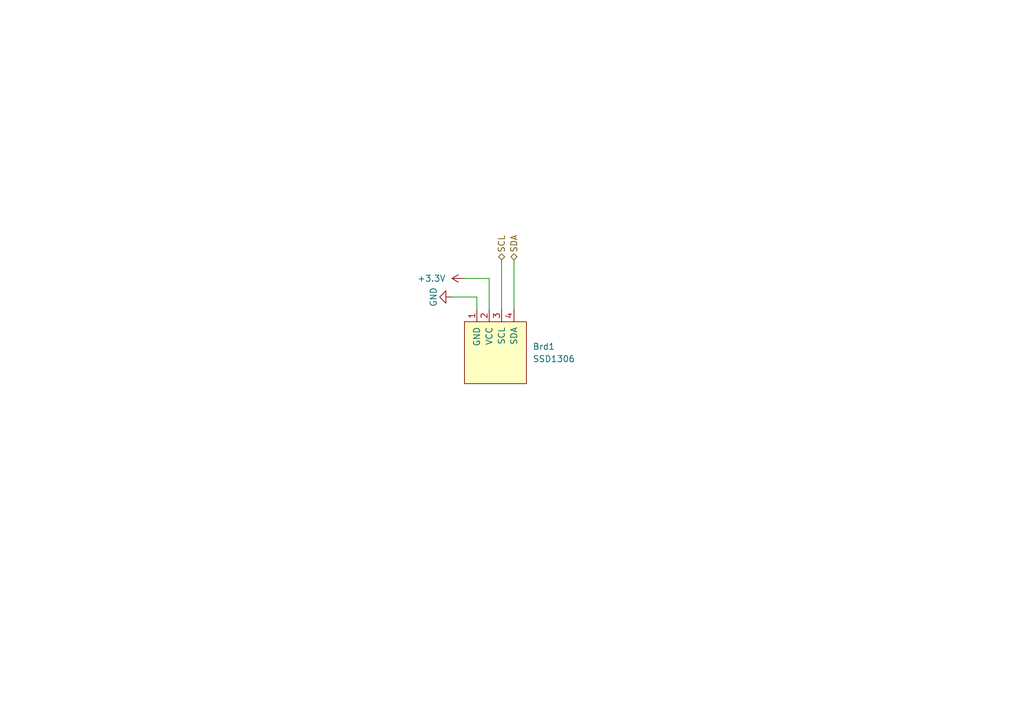
<source format=kicad_sch>
(kicad_sch (version 20250114) (generator "eeschema") (generator_version "9.0")
  (paper "A5")
  (lib_symbols
    (symbol "SSD1306-128x64_OLED_CP:SSD1306" (pin_names (offset 1.016))
      (property "Reference" "Brd" (at 0 -3.81 0))
      (property "Value" "SSD1306" (at 0 -1.27 0))
      (symbol "SSD1306_0_1"
        (rectangle (start -6.35 6.35) (end 6.35 -6.35) (fill (type background)))
      )
      (symbol "SSD1306_1_1"
        (pin input line (at -3.81 8.89 270) (length 2.54) (name "GND") (number "1"))
        (pin input line (at -1.27 8.89 270) (length 2.54) (name "VCC") (number "2"))
        (pin input line (at 1.27 8.89 270) (length 2.54) (name "SCL") (number "3"))
        (pin input line (at 3.81 8.89 270) (length 2.54) (name "SDA") (number "4"))
      )
    )
    (symbol "power:+5V" (power) (pin_numbers (hide yes)) (pin_names (offset 0) (hide yes))
      (property "Value" "+5V" (at 0 3.556 0))
      (symbol "+5V_0_1"
        (polyline (pts (xy -0.762 1.27) (xy 0 2.54)))
        (polyline (pts (xy 0 2.54) (xy 0.762 1.27)))
        (polyline (pts (xy 0 0) (xy 0 2.54)))
      )
      (symbol "+5V_1_1"
        (pin power_in line (at 0 0 90) (length 0) (name "~") (number "1"))
      )
    )
    (symbol "power:GND" (power) (pin_numbers (hide yes)) (pin_names (offset 0) (hide yes))
      (property "Value" "GND" (at 0 -3.81 0))
      (symbol "GND_0_1"
        (polyline (pts (xy 0 0) (xy 0 -1.27) (xy 1.27 -1.27) (xy 0 -2.54) (xy -1.27 -1.27) (xy 0 -1.27)))
      )
      (symbol "GND_1_1"
        (pin power_in line (at 0 0 270) (length 0) (name "~") (number "1"))
      )
    )
  )
  (wire (pts (xy 102.87 53.34) (xy 102.87 63.5)))
  (wire (pts (xy 95.25 57.15) (xy 100.33 57.15)))
  (wire (pts (xy 105.41 53.34) (xy 105.41 63.5)))
  (wire (pts (xy 100.33 57.15) (xy 100.33 63.5)))
  (wire (pts (xy 97.79 60.96) (xy 97.79 63.5)))
  (wire (pts (xy 92.71 60.96) (xy 97.79 60.96)))
  (hierarchical_label "SCL" (shape bidirectional) (at 102.87 53.34 90))
  (hierarchical_label "SDA" (shape bidirectional) (at 105.41 53.34 90))
  (symbol (lib_id "SSD1306-128x64_OLED_CP:SSD1306") (at 101.6 72.39 0) (unit 1)
    (property "Reference" "Brd1" (at 109.22 71.1199 0) (effects (justify left)))
    (property "Value" "SSD1306" (at 109.22 73.6599 0) (effects (justify left)))
    (property "Footprint" "SSD1306_CPM:128x64OLED" (effects (hide yes)))
    (property "Description" "CUSTOM" (effects (hide yes)))
    (property "Manufacturer Part Number" "333099" (effects (hide yes)))
    (property "Mouser number" "392-333099" (effects (hide yes)))
  )
  (symbol (lib_id "power:GND") (at 92.71 60.96 270) (unit 1)
    (property "Reference" "#PWR03" (effects (hide yes)))
    (property "Value" "GND" (at 88.9 60.96 0))
    (property "Description" "Power symbol creates a global label with name \"GND\" , ground" (effects (hide yes)))
  )
  (symbol (lib_id "power:+5V") (at 95.25 57.15 90) (unit 1)
    (property "Reference" "#PWR05" (effects (hide yes)))
    (property "Value" "+3.3V" (at 91.44 57.1499 90) (effects (justify left)))
    (property "Description" "Power symbol creates a global label with name \"+5V\"" (effects (hide yes)))
  )
)
</source>
